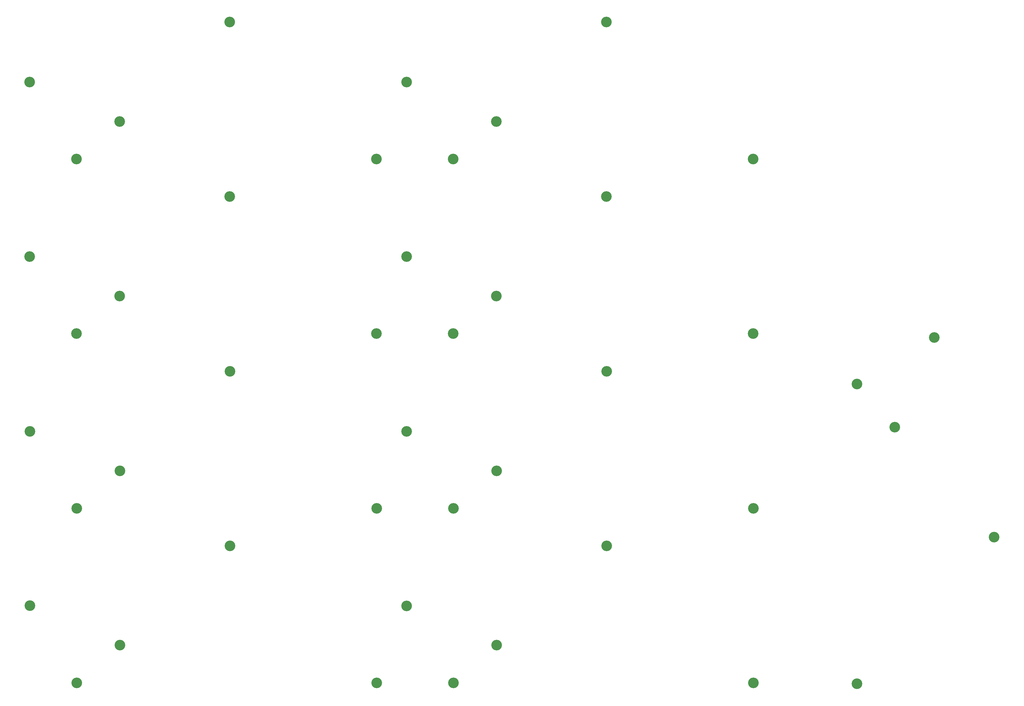
<source format=gbr>
%TF.GenerationSoftware,KiCad,Pcbnew,9.0.0*%
%TF.CreationDate,2025-07-23T13:45:27+02:00*%
%TF.ProjectId,PowerPCB,506f7765-7250-4434-922e-6b696361645f,rev?*%
%TF.SameCoordinates,Original*%
%TF.FileFunction,NonPlated,1,2,NPTH,Drill*%
%TF.FilePolarity,Positive*%
%FSLAX46Y46*%
G04 Gerber Fmt 4.6, Leading zero omitted, Abs format (unit mm)*
G04 Created by KiCad (PCBNEW 9.0.0) date 2025-07-23 13:45:27*
%MOMM*%
%LPD*%
G01*
G04 APERTURE LIST*
%TA.AperFunction,ComponentDrill*%
%ADD10C,3.200000*%
%TD*%
G04 APERTURE END LIST*
D10*
%TO.C,H1*%
X60900000Y-64999000D03*
X60900000Y-117400553D03*
X60950000Y-169899000D03*
X60950000Y-222299000D03*
%TO.C,H3*%
X74950000Y-88149000D03*
X74950000Y-140550553D03*
X75000000Y-193049000D03*
X75000000Y-245449000D03*
%TO.C,H4*%
X87900000Y-76850000D03*
X87900000Y-129251553D03*
X87950000Y-181750000D03*
X87950000Y-234150000D03*
%TO.C,H2*%
X120900000Y-46999000D03*
X120900000Y-99400553D03*
X120950000Y-151899000D03*
X120950000Y-204299000D03*
%TO.C,H5*%
X164950000Y-88149000D03*
X164950000Y-140550553D03*
X165000000Y-193049000D03*
X165000000Y-245449000D03*
%TO.C,H1*%
X173950000Y-65000000D03*
X173950000Y-117401553D03*
X174000000Y-169900000D03*
X174000000Y-222300000D03*
%TO.C,H3*%
X188000000Y-88150000D03*
X188000000Y-140551553D03*
X188050000Y-193050000D03*
X188050000Y-245450000D03*
%TO.C,H4*%
X200950000Y-76851000D03*
X200950000Y-129252553D03*
X201000000Y-181751000D03*
X201000000Y-234151000D03*
%TO.C,H2*%
X233950000Y-47000000D03*
X233950000Y-99401553D03*
X234000000Y-151900000D03*
X234000000Y-204300000D03*
%TO.C,H5*%
X278000000Y-88150000D03*
X278000000Y-140551553D03*
X278050000Y-193050000D03*
X278050000Y-245450000D03*
%TO.C,H3*%
X309150000Y-155749000D03*
%TO.C,H5*%
X309150000Y-245749000D03*
%TO.C,H4*%
X320449000Y-168699000D03*
%TO.C,H1*%
X332300000Y-141699000D03*
%TO.C,H2*%
X350300000Y-201699000D03*
M02*

</source>
